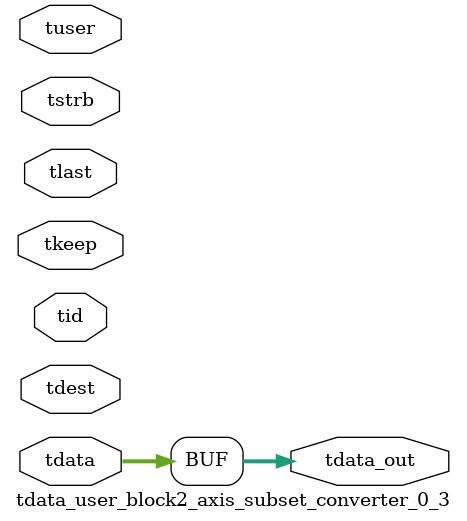
<source format=v>


`timescale 1ps/1ps

module tdata_user_block2_axis_subset_converter_0_3 #
(
parameter C_S_AXIS_TDATA_WIDTH = 32,
parameter C_S_AXIS_TUSER_WIDTH = 0,
parameter C_S_AXIS_TID_WIDTH   = 0,
parameter C_S_AXIS_TDEST_WIDTH = 0,
parameter C_M_AXIS_TDATA_WIDTH = 32
)
(
input  [(C_S_AXIS_TDATA_WIDTH == 0 ? 1 : C_S_AXIS_TDATA_WIDTH)-1:0     ] tdata,
input  [(C_S_AXIS_TUSER_WIDTH == 0 ? 1 : C_S_AXIS_TUSER_WIDTH)-1:0     ] tuser,
input  [(C_S_AXIS_TID_WIDTH   == 0 ? 1 : C_S_AXIS_TID_WIDTH)-1:0       ] tid,
input  [(C_S_AXIS_TDEST_WIDTH == 0 ? 1 : C_S_AXIS_TDEST_WIDTH)-1:0     ] tdest,
input  [(C_S_AXIS_TDATA_WIDTH/8)-1:0 ] tkeep,
input  [(C_S_AXIS_TDATA_WIDTH/8)-1:0 ] tstrb,
input                                                                    tlast,
output [C_M_AXIS_TDATA_WIDTH-1:0] tdata_out
);

assign tdata_out = {tdata[31:0]};

endmodule


</source>
